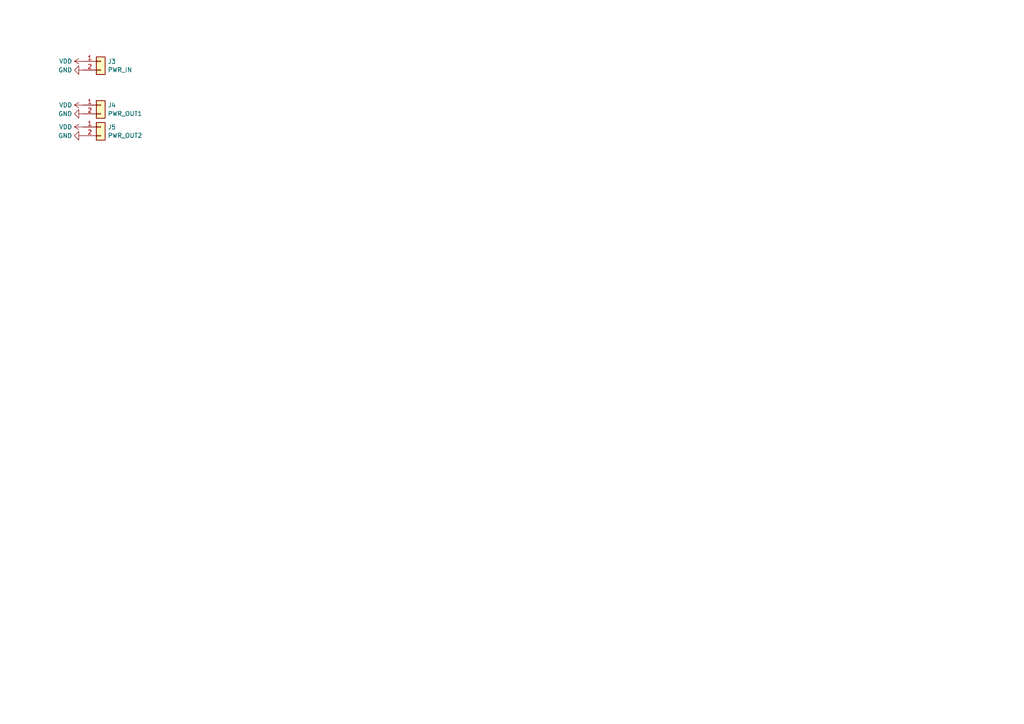
<source format=kicad_sch>
(kicad_sch (version 20250114) (generator "eeschema") (generator_version "9.0")
  (paper "A4")
  (lib_symbols
    (symbol "Connector_Generic:Conn_01x02" (pin_names (offset 1.016) (hide yes))
      (property "Reference" "J" (at 0 2.54 0))
      (property "Value" "Conn_01x02" (at 0 -5.08 0))
      (symbol "Conn_01x02_1_1"
        (rectangle (start -1.27 1.27) (end 1.27 -3.81) (stroke (width 0.254)) (fill (type background)))
        (rectangle (start -1.27 0.127) (end 0 -0.127) (stroke (width 0.1524)))
        (rectangle (start -1.27 -2.413) (end 0 -2.667) (stroke (width 0.1524)))
        (pin passive line (at -5.08 0 0) (length 3.81) (name "Pin_1") (number "1"))
        (pin passive line (at -5.08 -2.54 0) (length 3.81) (name "Pin_2") (number "2"))
      )
    )
    (symbol "power:GND" (power) (pin_numbers (hide yes)) (pin_names (offset 0) (hide yes))
      (property "Value" "GND" (at 0 -3.81 0))
      (symbol "GND_0_1"
        (polyline (pts (xy 0 0) (xy 0 -1.27) (xy 1.27 -1.27) (xy 0 -2.54) (xy -1.27 -1.27) (xy 0 -1.27)))
      )
      (symbol "GND_1_1"
        (pin power_in line (at 0 0 270) (length 0) (name "~") (number "1"))
      )
    )
    (symbol "power:VDD" (power) (pin_numbers (hide yes)) (pin_names (offset 0) (hide yes))
      (property "Value" "VDD" (at 0 3.556 0))
      (symbol "VDD_0_1"
        (polyline (pts (xy -0.762 1.27) (xy 0 2.54)))
        (polyline (pts (xy 0 2.54) (xy 0.762 1.27)))
        (polyline (pts (xy 0 0) (xy 0 2.54)))
      )
      (symbol "VDD_1_1"
        (pin power_in line (at 0 0 90) (length 0) (name "~") (number "1"))
      )
    )
  )
  (symbol (lib_id "Connector_Generic:Conn_01x02") (at 29.21 30.48 0) (unit 1)
    (property "Reference" "J4" (at 31.242 30.5378 0) (effects (justify left)))
    (property "Value" "PWR_OUT1" (at 31.242 32.9621 0) (effects (justify left)))
    (property "Footprint" "Connector_JST:JST_PH_S2B-PH-K_1x02_P2.00mm_Horizontal" (effects (hide yes)))
    (property "Description" "Generic connector, single row, 01x02, script generated (kicad-library-utils/schlib/autogen/connector/)" (effects (hide yes)))
  )
  (symbol (lib_id "Connector_Generic:Conn_01x02") (at 29.21 17.78 0) (unit 1)
    (property "Reference" "J3" (at 31.242 17.8378 0) (effects (justify left)))
    (property "Value" "PWR_IN" (at 31.242 20.2621 0) (effects (justify left)))
    (property "Footprint" "Connector_JST:JST_PH_S2B-PH-K_1x02_P2.00mm_Horizontal" (effects (hide yes)))
    (property "Description" "Generic connector, single row, 01x02, script generated (kicad-library-utils/schlib/autogen/connector/)" (effects (hide yes)))
    (property "LCSC Part" "C918120" (effects (hide yes)))
  )
  (symbol (lib_id "power:VDD") (at 24.13 30.48 90) (unit 1)
    (property "Reference" "#PWR03" (effects (hide yes)))
    (property "Value" "VDD" (at 20.955 30.48 90) (effects (justify left)))
    (property "Description" "Power symbol creates a global label with name \"VDD\"" (effects (hide yes)))
  )
  (symbol (lib_id "Connector_Generic:Conn_01x02") (at 29.21 36.83 0) (unit 1)
    (property "Reference" "J5" (at 31.242 36.8878 0) (effects (justify left)))
    (property "Value" "PWR_OUT2" (at 31.242 39.3121 0) (effects (justify left)))
    (property "Footprint" "Connector_JST:JST_PH_S2B-PH-K_1x02_P2.00mm_Horizontal" (effects (hide yes)))
    (property "Description" "Generic connector, single row, 01x02, script generated (kicad-library-utils/schlib/autogen/connector/)" (effects (hide yes)))
  )
  (symbol (lib_id "power:GND") (at 24.13 39.37 270) (unit 1)
    (property "Reference" "#PWR06" (effects (hide yes)))
    (property "Value" "GND" (at 20.9551 39.37 90) (effects (justify right)))
    (property "Description" "Power symbol creates a global label with name \"GND\" , ground" (effects (hide yes)))
  )
  (symbol (lib_id "power:VDD") (at 24.13 17.78 90) (unit 1)
    (property "Reference" "#PWR01" (effects (hide yes)))
    (property "Value" "VDD" (at 20.955 17.78 90) (effects (justify left)))
    (property "Description" "Power symbol creates a global label with name \"VDD\"" (effects (hide yes)))
  )
  (symbol (lib_id "power:GND") (at 24.13 20.32 270) (unit 1)
    (property "Reference" "#PWR02" (effects (hide yes)))
    (property "Value" "GND" (at 20.9551 20.32 90) (effects (justify right)))
    (property "Description" "Power symbol creates a global label with name \"GND\" , ground" (effects (hide yes)))
  )
  (symbol (lib_id "power:VDD") (at 24.13 36.83 90) (unit 1)
    (property "Reference" "#PWR05" (effects (hide yes)))
    (property "Value" "VDD" (at 20.955 36.83 90) (effects (justify left)))
    (property "Description" "Power symbol creates a global label with name \"VDD\"" (effects (hide yes)))
  )
  (symbol (lib_id "power:GND") (at 24.13 33.02 270) (unit 1)
    (property "Reference" "#PWR04" (effects (hide yes)))
    (property "Value" "GND" (at 20.9551 33.02 90) (effects (justify right)))
    (property "Description" "Power symbol creates a global label with name \"GND\" , ground" (effects (hide yes)))
  )
)
</source>
